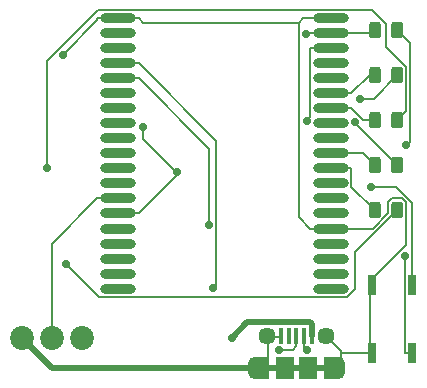
<source format=gbr>
G04 #@! TF.GenerationSoftware,KiCad,Pcbnew,(5.1.4)-1*
G04 #@! TF.CreationDate,2019-09-29T16:50:29-04:00*
G04 #@! TF.ProjectId,espDisp,65737044-6973-4702-9e6b-696361645f70,rev?*
G04 #@! TF.SameCoordinates,Original*
G04 #@! TF.FileFunction,Copper,L2,Bot*
G04 #@! TF.FilePolarity,Positive*
%FSLAX46Y46*%
G04 Gerber Fmt 4.6, Leading zero omitted, Abs format (unit mm)*
G04 Created by KiCad (PCBNEW (5.1.4)-1) date 2019-09-29 16:50:29*
%MOMM*%
%LPD*%
G04 APERTURE LIST*
%ADD10R,0.800000X1.700000*%
%ADD11R,1.500000X1.900000*%
%ADD12C,1.450000*%
%ADD13R,0.400000X1.350000*%
%ADD14O,1.200000X1.900000*%
%ADD15R,1.200000X1.900000*%
%ADD16O,3.000000X0.900000*%
%ADD17C,0.100000*%
%ADD18C,0.975000*%
%ADD19C,2.020000*%
%ADD20C,0.700000*%
%ADD21C,0.500000*%
%ADD22C,0.160000*%
G04 APERTURE END LIST*
D10*
X85500000Y-57150000D03*
X88900000Y-57150000D03*
D11*
X78105000Y-64135000D03*
D12*
X81605000Y-61435000D03*
D13*
X79755000Y-61435000D03*
X80405000Y-61435000D03*
X77805000Y-61435000D03*
X78455000Y-61435000D03*
X79105000Y-61435000D03*
D12*
X76605000Y-61435000D03*
D11*
X80105000Y-64135000D03*
D14*
X82605000Y-64135000D03*
X75605000Y-64135000D03*
D15*
X76205000Y-64135000D03*
X82005000Y-64135000D03*
D10*
X88900000Y-62865000D03*
X85500000Y-62865000D03*
D16*
X63995000Y-34565000D03*
X63995000Y-35835000D03*
X63995000Y-37105000D03*
X63995000Y-38375000D03*
X63995000Y-39645000D03*
X63995000Y-40915000D03*
X63995000Y-42185000D03*
X63995000Y-43455000D03*
X63995000Y-44725000D03*
X63995000Y-45995000D03*
X63995000Y-47265000D03*
X63995000Y-48535000D03*
X63995000Y-49805000D03*
X63995000Y-51075000D03*
X64025000Y-52375000D03*
X64025000Y-53645000D03*
X64025000Y-54915000D03*
X64025000Y-56185000D03*
X64025000Y-57455000D03*
X82025000Y-57455000D03*
X82025000Y-56185000D03*
X82025000Y-54915000D03*
X82025000Y-53645000D03*
X82025000Y-52375000D03*
X82025000Y-51075000D03*
X82025000Y-49805000D03*
X82025000Y-48535000D03*
X82025000Y-47265000D03*
X82025000Y-45995000D03*
X82025000Y-44725000D03*
X82025000Y-43455000D03*
X82025000Y-42185000D03*
X82025000Y-40915000D03*
X82025000Y-39645000D03*
X82025000Y-38375000D03*
X82025000Y-37105000D03*
X82025000Y-35835000D03*
X82025000Y-34565000D03*
D17*
G36*
X87897142Y-34861174D02*
G01*
X87920803Y-34864684D01*
X87944007Y-34870496D01*
X87966529Y-34878554D01*
X87988153Y-34888782D01*
X88008670Y-34901079D01*
X88027883Y-34915329D01*
X88045607Y-34931393D01*
X88061671Y-34949117D01*
X88075921Y-34968330D01*
X88088218Y-34988847D01*
X88098446Y-35010471D01*
X88106504Y-35032993D01*
X88112316Y-35056197D01*
X88115826Y-35079858D01*
X88117000Y-35103750D01*
X88117000Y-36016250D01*
X88115826Y-36040142D01*
X88112316Y-36063803D01*
X88106504Y-36087007D01*
X88098446Y-36109529D01*
X88088218Y-36131153D01*
X88075921Y-36151670D01*
X88061671Y-36170883D01*
X88045607Y-36188607D01*
X88027883Y-36204671D01*
X88008670Y-36218921D01*
X87988153Y-36231218D01*
X87966529Y-36241446D01*
X87944007Y-36249504D01*
X87920803Y-36255316D01*
X87897142Y-36258826D01*
X87873250Y-36260000D01*
X87385750Y-36260000D01*
X87361858Y-36258826D01*
X87338197Y-36255316D01*
X87314993Y-36249504D01*
X87292471Y-36241446D01*
X87270847Y-36231218D01*
X87250330Y-36218921D01*
X87231117Y-36204671D01*
X87213393Y-36188607D01*
X87197329Y-36170883D01*
X87183079Y-36151670D01*
X87170782Y-36131153D01*
X87160554Y-36109529D01*
X87152496Y-36087007D01*
X87146684Y-36063803D01*
X87143174Y-36040142D01*
X87142000Y-36016250D01*
X87142000Y-35103750D01*
X87143174Y-35079858D01*
X87146684Y-35056197D01*
X87152496Y-35032993D01*
X87160554Y-35010471D01*
X87170782Y-34988847D01*
X87183079Y-34968330D01*
X87197329Y-34949117D01*
X87213393Y-34931393D01*
X87231117Y-34915329D01*
X87250330Y-34901079D01*
X87270847Y-34888782D01*
X87292471Y-34878554D01*
X87314993Y-34870496D01*
X87338197Y-34864684D01*
X87361858Y-34861174D01*
X87385750Y-34860000D01*
X87873250Y-34860000D01*
X87897142Y-34861174D01*
X87897142Y-34861174D01*
G37*
D18*
X87629500Y-35560000D03*
D17*
G36*
X86022142Y-34861174D02*
G01*
X86045803Y-34864684D01*
X86069007Y-34870496D01*
X86091529Y-34878554D01*
X86113153Y-34888782D01*
X86133670Y-34901079D01*
X86152883Y-34915329D01*
X86170607Y-34931393D01*
X86186671Y-34949117D01*
X86200921Y-34968330D01*
X86213218Y-34988847D01*
X86223446Y-35010471D01*
X86231504Y-35032993D01*
X86237316Y-35056197D01*
X86240826Y-35079858D01*
X86242000Y-35103750D01*
X86242000Y-36016250D01*
X86240826Y-36040142D01*
X86237316Y-36063803D01*
X86231504Y-36087007D01*
X86223446Y-36109529D01*
X86213218Y-36131153D01*
X86200921Y-36151670D01*
X86186671Y-36170883D01*
X86170607Y-36188607D01*
X86152883Y-36204671D01*
X86133670Y-36218921D01*
X86113153Y-36231218D01*
X86091529Y-36241446D01*
X86069007Y-36249504D01*
X86045803Y-36255316D01*
X86022142Y-36258826D01*
X85998250Y-36260000D01*
X85510750Y-36260000D01*
X85486858Y-36258826D01*
X85463197Y-36255316D01*
X85439993Y-36249504D01*
X85417471Y-36241446D01*
X85395847Y-36231218D01*
X85375330Y-36218921D01*
X85356117Y-36204671D01*
X85338393Y-36188607D01*
X85322329Y-36170883D01*
X85308079Y-36151670D01*
X85295782Y-36131153D01*
X85285554Y-36109529D01*
X85277496Y-36087007D01*
X85271684Y-36063803D01*
X85268174Y-36040142D01*
X85267000Y-36016250D01*
X85267000Y-35103750D01*
X85268174Y-35079858D01*
X85271684Y-35056197D01*
X85277496Y-35032993D01*
X85285554Y-35010471D01*
X85295782Y-34988847D01*
X85308079Y-34968330D01*
X85322329Y-34949117D01*
X85338393Y-34931393D01*
X85356117Y-34915329D01*
X85375330Y-34901079D01*
X85395847Y-34888782D01*
X85417471Y-34878554D01*
X85439993Y-34870496D01*
X85463197Y-34864684D01*
X85486858Y-34861174D01*
X85510750Y-34860000D01*
X85998250Y-34860000D01*
X86022142Y-34861174D01*
X86022142Y-34861174D01*
G37*
D18*
X85754500Y-35560000D03*
D17*
G36*
X86022142Y-38671174D02*
G01*
X86045803Y-38674684D01*
X86069007Y-38680496D01*
X86091529Y-38688554D01*
X86113153Y-38698782D01*
X86133670Y-38711079D01*
X86152883Y-38725329D01*
X86170607Y-38741393D01*
X86186671Y-38759117D01*
X86200921Y-38778330D01*
X86213218Y-38798847D01*
X86223446Y-38820471D01*
X86231504Y-38842993D01*
X86237316Y-38866197D01*
X86240826Y-38889858D01*
X86242000Y-38913750D01*
X86242000Y-39826250D01*
X86240826Y-39850142D01*
X86237316Y-39873803D01*
X86231504Y-39897007D01*
X86223446Y-39919529D01*
X86213218Y-39941153D01*
X86200921Y-39961670D01*
X86186671Y-39980883D01*
X86170607Y-39998607D01*
X86152883Y-40014671D01*
X86133670Y-40028921D01*
X86113153Y-40041218D01*
X86091529Y-40051446D01*
X86069007Y-40059504D01*
X86045803Y-40065316D01*
X86022142Y-40068826D01*
X85998250Y-40070000D01*
X85510750Y-40070000D01*
X85486858Y-40068826D01*
X85463197Y-40065316D01*
X85439993Y-40059504D01*
X85417471Y-40051446D01*
X85395847Y-40041218D01*
X85375330Y-40028921D01*
X85356117Y-40014671D01*
X85338393Y-39998607D01*
X85322329Y-39980883D01*
X85308079Y-39961670D01*
X85295782Y-39941153D01*
X85285554Y-39919529D01*
X85277496Y-39897007D01*
X85271684Y-39873803D01*
X85268174Y-39850142D01*
X85267000Y-39826250D01*
X85267000Y-38913750D01*
X85268174Y-38889858D01*
X85271684Y-38866197D01*
X85277496Y-38842993D01*
X85285554Y-38820471D01*
X85295782Y-38798847D01*
X85308079Y-38778330D01*
X85322329Y-38759117D01*
X85338393Y-38741393D01*
X85356117Y-38725329D01*
X85375330Y-38711079D01*
X85395847Y-38698782D01*
X85417471Y-38688554D01*
X85439993Y-38680496D01*
X85463197Y-38674684D01*
X85486858Y-38671174D01*
X85510750Y-38670000D01*
X85998250Y-38670000D01*
X86022142Y-38671174D01*
X86022142Y-38671174D01*
G37*
D18*
X85754500Y-39370000D03*
D17*
G36*
X87897142Y-38671174D02*
G01*
X87920803Y-38674684D01*
X87944007Y-38680496D01*
X87966529Y-38688554D01*
X87988153Y-38698782D01*
X88008670Y-38711079D01*
X88027883Y-38725329D01*
X88045607Y-38741393D01*
X88061671Y-38759117D01*
X88075921Y-38778330D01*
X88088218Y-38798847D01*
X88098446Y-38820471D01*
X88106504Y-38842993D01*
X88112316Y-38866197D01*
X88115826Y-38889858D01*
X88117000Y-38913750D01*
X88117000Y-39826250D01*
X88115826Y-39850142D01*
X88112316Y-39873803D01*
X88106504Y-39897007D01*
X88098446Y-39919529D01*
X88088218Y-39941153D01*
X88075921Y-39961670D01*
X88061671Y-39980883D01*
X88045607Y-39998607D01*
X88027883Y-40014671D01*
X88008670Y-40028921D01*
X87988153Y-40041218D01*
X87966529Y-40051446D01*
X87944007Y-40059504D01*
X87920803Y-40065316D01*
X87897142Y-40068826D01*
X87873250Y-40070000D01*
X87385750Y-40070000D01*
X87361858Y-40068826D01*
X87338197Y-40065316D01*
X87314993Y-40059504D01*
X87292471Y-40051446D01*
X87270847Y-40041218D01*
X87250330Y-40028921D01*
X87231117Y-40014671D01*
X87213393Y-39998607D01*
X87197329Y-39980883D01*
X87183079Y-39961670D01*
X87170782Y-39941153D01*
X87160554Y-39919529D01*
X87152496Y-39897007D01*
X87146684Y-39873803D01*
X87143174Y-39850142D01*
X87142000Y-39826250D01*
X87142000Y-38913750D01*
X87143174Y-38889858D01*
X87146684Y-38866197D01*
X87152496Y-38842993D01*
X87160554Y-38820471D01*
X87170782Y-38798847D01*
X87183079Y-38778330D01*
X87197329Y-38759117D01*
X87213393Y-38741393D01*
X87231117Y-38725329D01*
X87250330Y-38711079D01*
X87270847Y-38698782D01*
X87292471Y-38688554D01*
X87314993Y-38680496D01*
X87338197Y-38674684D01*
X87361858Y-38671174D01*
X87385750Y-38670000D01*
X87873250Y-38670000D01*
X87897142Y-38671174D01*
X87897142Y-38671174D01*
G37*
D18*
X87629500Y-39370000D03*
D17*
G36*
X87897142Y-42481174D02*
G01*
X87920803Y-42484684D01*
X87944007Y-42490496D01*
X87966529Y-42498554D01*
X87988153Y-42508782D01*
X88008670Y-42521079D01*
X88027883Y-42535329D01*
X88045607Y-42551393D01*
X88061671Y-42569117D01*
X88075921Y-42588330D01*
X88088218Y-42608847D01*
X88098446Y-42630471D01*
X88106504Y-42652993D01*
X88112316Y-42676197D01*
X88115826Y-42699858D01*
X88117000Y-42723750D01*
X88117000Y-43636250D01*
X88115826Y-43660142D01*
X88112316Y-43683803D01*
X88106504Y-43707007D01*
X88098446Y-43729529D01*
X88088218Y-43751153D01*
X88075921Y-43771670D01*
X88061671Y-43790883D01*
X88045607Y-43808607D01*
X88027883Y-43824671D01*
X88008670Y-43838921D01*
X87988153Y-43851218D01*
X87966529Y-43861446D01*
X87944007Y-43869504D01*
X87920803Y-43875316D01*
X87897142Y-43878826D01*
X87873250Y-43880000D01*
X87385750Y-43880000D01*
X87361858Y-43878826D01*
X87338197Y-43875316D01*
X87314993Y-43869504D01*
X87292471Y-43861446D01*
X87270847Y-43851218D01*
X87250330Y-43838921D01*
X87231117Y-43824671D01*
X87213393Y-43808607D01*
X87197329Y-43790883D01*
X87183079Y-43771670D01*
X87170782Y-43751153D01*
X87160554Y-43729529D01*
X87152496Y-43707007D01*
X87146684Y-43683803D01*
X87143174Y-43660142D01*
X87142000Y-43636250D01*
X87142000Y-42723750D01*
X87143174Y-42699858D01*
X87146684Y-42676197D01*
X87152496Y-42652993D01*
X87160554Y-42630471D01*
X87170782Y-42608847D01*
X87183079Y-42588330D01*
X87197329Y-42569117D01*
X87213393Y-42551393D01*
X87231117Y-42535329D01*
X87250330Y-42521079D01*
X87270847Y-42508782D01*
X87292471Y-42498554D01*
X87314993Y-42490496D01*
X87338197Y-42484684D01*
X87361858Y-42481174D01*
X87385750Y-42480000D01*
X87873250Y-42480000D01*
X87897142Y-42481174D01*
X87897142Y-42481174D01*
G37*
D18*
X87629500Y-43180000D03*
D17*
G36*
X86022142Y-42481174D02*
G01*
X86045803Y-42484684D01*
X86069007Y-42490496D01*
X86091529Y-42498554D01*
X86113153Y-42508782D01*
X86133670Y-42521079D01*
X86152883Y-42535329D01*
X86170607Y-42551393D01*
X86186671Y-42569117D01*
X86200921Y-42588330D01*
X86213218Y-42608847D01*
X86223446Y-42630471D01*
X86231504Y-42652993D01*
X86237316Y-42676197D01*
X86240826Y-42699858D01*
X86242000Y-42723750D01*
X86242000Y-43636250D01*
X86240826Y-43660142D01*
X86237316Y-43683803D01*
X86231504Y-43707007D01*
X86223446Y-43729529D01*
X86213218Y-43751153D01*
X86200921Y-43771670D01*
X86186671Y-43790883D01*
X86170607Y-43808607D01*
X86152883Y-43824671D01*
X86133670Y-43838921D01*
X86113153Y-43851218D01*
X86091529Y-43861446D01*
X86069007Y-43869504D01*
X86045803Y-43875316D01*
X86022142Y-43878826D01*
X85998250Y-43880000D01*
X85510750Y-43880000D01*
X85486858Y-43878826D01*
X85463197Y-43875316D01*
X85439993Y-43869504D01*
X85417471Y-43861446D01*
X85395847Y-43851218D01*
X85375330Y-43838921D01*
X85356117Y-43824671D01*
X85338393Y-43808607D01*
X85322329Y-43790883D01*
X85308079Y-43771670D01*
X85295782Y-43751153D01*
X85285554Y-43729529D01*
X85277496Y-43707007D01*
X85271684Y-43683803D01*
X85268174Y-43660142D01*
X85267000Y-43636250D01*
X85267000Y-42723750D01*
X85268174Y-42699858D01*
X85271684Y-42676197D01*
X85277496Y-42652993D01*
X85285554Y-42630471D01*
X85295782Y-42608847D01*
X85308079Y-42588330D01*
X85322329Y-42569117D01*
X85338393Y-42551393D01*
X85356117Y-42535329D01*
X85375330Y-42521079D01*
X85395847Y-42508782D01*
X85417471Y-42498554D01*
X85439993Y-42490496D01*
X85463197Y-42484684D01*
X85486858Y-42481174D01*
X85510750Y-42480000D01*
X85998250Y-42480000D01*
X86022142Y-42481174D01*
X86022142Y-42481174D01*
G37*
D18*
X85754500Y-43180000D03*
D17*
G36*
X87897142Y-46291174D02*
G01*
X87920803Y-46294684D01*
X87944007Y-46300496D01*
X87966529Y-46308554D01*
X87988153Y-46318782D01*
X88008670Y-46331079D01*
X88027883Y-46345329D01*
X88045607Y-46361393D01*
X88061671Y-46379117D01*
X88075921Y-46398330D01*
X88088218Y-46418847D01*
X88098446Y-46440471D01*
X88106504Y-46462993D01*
X88112316Y-46486197D01*
X88115826Y-46509858D01*
X88117000Y-46533750D01*
X88117000Y-47446250D01*
X88115826Y-47470142D01*
X88112316Y-47493803D01*
X88106504Y-47517007D01*
X88098446Y-47539529D01*
X88088218Y-47561153D01*
X88075921Y-47581670D01*
X88061671Y-47600883D01*
X88045607Y-47618607D01*
X88027883Y-47634671D01*
X88008670Y-47648921D01*
X87988153Y-47661218D01*
X87966529Y-47671446D01*
X87944007Y-47679504D01*
X87920803Y-47685316D01*
X87897142Y-47688826D01*
X87873250Y-47690000D01*
X87385750Y-47690000D01*
X87361858Y-47688826D01*
X87338197Y-47685316D01*
X87314993Y-47679504D01*
X87292471Y-47671446D01*
X87270847Y-47661218D01*
X87250330Y-47648921D01*
X87231117Y-47634671D01*
X87213393Y-47618607D01*
X87197329Y-47600883D01*
X87183079Y-47581670D01*
X87170782Y-47561153D01*
X87160554Y-47539529D01*
X87152496Y-47517007D01*
X87146684Y-47493803D01*
X87143174Y-47470142D01*
X87142000Y-47446250D01*
X87142000Y-46533750D01*
X87143174Y-46509858D01*
X87146684Y-46486197D01*
X87152496Y-46462993D01*
X87160554Y-46440471D01*
X87170782Y-46418847D01*
X87183079Y-46398330D01*
X87197329Y-46379117D01*
X87213393Y-46361393D01*
X87231117Y-46345329D01*
X87250330Y-46331079D01*
X87270847Y-46318782D01*
X87292471Y-46308554D01*
X87314993Y-46300496D01*
X87338197Y-46294684D01*
X87361858Y-46291174D01*
X87385750Y-46290000D01*
X87873250Y-46290000D01*
X87897142Y-46291174D01*
X87897142Y-46291174D01*
G37*
D18*
X87629500Y-46990000D03*
D17*
G36*
X86022142Y-46291174D02*
G01*
X86045803Y-46294684D01*
X86069007Y-46300496D01*
X86091529Y-46308554D01*
X86113153Y-46318782D01*
X86133670Y-46331079D01*
X86152883Y-46345329D01*
X86170607Y-46361393D01*
X86186671Y-46379117D01*
X86200921Y-46398330D01*
X86213218Y-46418847D01*
X86223446Y-46440471D01*
X86231504Y-46462993D01*
X86237316Y-46486197D01*
X86240826Y-46509858D01*
X86242000Y-46533750D01*
X86242000Y-47446250D01*
X86240826Y-47470142D01*
X86237316Y-47493803D01*
X86231504Y-47517007D01*
X86223446Y-47539529D01*
X86213218Y-47561153D01*
X86200921Y-47581670D01*
X86186671Y-47600883D01*
X86170607Y-47618607D01*
X86152883Y-47634671D01*
X86133670Y-47648921D01*
X86113153Y-47661218D01*
X86091529Y-47671446D01*
X86069007Y-47679504D01*
X86045803Y-47685316D01*
X86022142Y-47688826D01*
X85998250Y-47690000D01*
X85510750Y-47690000D01*
X85486858Y-47688826D01*
X85463197Y-47685316D01*
X85439993Y-47679504D01*
X85417471Y-47671446D01*
X85395847Y-47661218D01*
X85375330Y-47648921D01*
X85356117Y-47634671D01*
X85338393Y-47618607D01*
X85322329Y-47600883D01*
X85308079Y-47581670D01*
X85295782Y-47561153D01*
X85285554Y-47539529D01*
X85277496Y-47517007D01*
X85271684Y-47493803D01*
X85268174Y-47470142D01*
X85267000Y-47446250D01*
X85267000Y-46533750D01*
X85268174Y-46509858D01*
X85271684Y-46486197D01*
X85277496Y-46462993D01*
X85285554Y-46440471D01*
X85295782Y-46418847D01*
X85308079Y-46398330D01*
X85322329Y-46379117D01*
X85338393Y-46361393D01*
X85356117Y-46345329D01*
X85375330Y-46331079D01*
X85395847Y-46318782D01*
X85417471Y-46308554D01*
X85439993Y-46300496D01*
X85463197Y-46294684D01*
X85486858Y-46291174D01*
X85510750Y-46290000D01*
X85998250Y-46290000D01*
X86022142Y-46291174D01*
X86022142Y-46291174D01*
G37*
D18*
X85754500Y-46990000D03*
D17*
G36*
X86022142Y-50101174D02*
G01*
X86045803Y-50104684D01*
X86069007Y-50110496D01*
X86091529Y-50118554D01*
X86113153Y-50128782D01*
X86133670Y-50141079D01*
X86152883Y-50155329D01*
X86170607Y-50171393D01*
X86186671Y-50189117D01*
X86200921Y-50208330D01*
X86213218Y-50228847D01*
X86223446Y-50250471D01*
X86231504Y-50272993D01*
X86237316Y-50296197D01*
X86240826Y-50319858D01*
X86242000Y-50343750D01*
X86242000Y-51256250D01*
X86240826Y-51280142D01*
X86237316Y-51303803D01*
X86231504Y-51327007D01*
X86223446Y-51349529D01*
X86213218Y-51371153D01*
X86200921Y-51391670D01*
X86186671Y-51410883D01*
X86170607Y-51428607D01*
X86152883Y-51444671D01*
X86133670Y-51458921D01*
X86113153Y-51471218D01*
X86091529Y-51481446D01*
X86069007Y-51489504D01*
X86045803Y-51495316D01*
X86022142Y-51498826D01*
X85998250Y-51500000D01*
X85510750Y-51500000D01*
X85486858Y-51498826D01*
X85463197Y-51495316D01*
X85439993Y-51489504D01*
X85417471Y-51481446D01*
X85395847Y-51471218D01*
X85375330Y-51458921D01*
X85356117Y-51444671D01*
X85338393Y-51428607D01*
X85322329Y-51410883D01*
X85308079Y-51391670D01*
X85295782Y-51371153D01*
X85285554Y-51349529D01*
X85277496Y-51327007D01*
X85271684Y-51303803D01*
X85268174Y-51280142D01*
X85267000Y-51256250D01*
X85267000Y-50343750D01*
X85268174Y-50319858D01*
X85271684Y-50296197D01*
X85277496Y-50272993D01*
X85285554Y-50250471D01*
X85295782Y-50228847D01*
X85308079Y-50208330D01*
X85322329Y-50189117D01*
X85338393Y-50171393D01*
X85356117Y-50155329D01*
X85375330Y-50141079D01*
X85395847Y-50128782D01*
X85417471Y-50118554D01*
X85439993Y-50110496D01*
X85463197Y-50104684D01*
X85486858Y-50101174D01*
X85510750Y-50100000D01*
X85998250Y-50100000D01*
X86022142Y-50101174D01*
X86022142Y-50101174D01*
G37*
D18*
X85754500Y-50800000D03*
D17*
G36*
X87897142Y-50101174D02*
G01*
X87920803Y-50104684D01*
X87944007Y-50110496D01*
X87966529Y-50118554D01*
X87988153Y-50128782D01*
X88008670Y-50141079D01*
X88027883Y-50155329D01*
X88045607Y-50171393D01*
X88061671Y-50189117D01*
X88075921Y-50208330D01*
X88088218Y-50228847D01*
X88098446Y-50250471D01*
X88106504Y-50272993D01*
X88112316Y-50296197D01*
X88115826Y-50319858D01*
X88117000Y-50343750D01*
X88117000Y-51256250D01*
X88115826Y-51280142D01*
X88112316Y-51303803D01*
X88106504Y-51327007D01*
X88098446Y-51349529D01*
X88088218Y-51371153D01*
X88075921Y-51391670D01*
X88061671Y-51410883D01*
X88045607Y-51428607D01*
X88027883Y-51444671D01*
X88008670Y-51458921D01*
X87988153Y-51471218D01*
X87966529Y-51481446D01*
X87944007Y-51489504D01*
X87920803Y-51495316D01*
X87897142Y-51498826D01*
X87873250Y-51500000D01*
X87385750Y-51500000D01*
X87361858Y-51498826D01*
X87338197Y-51495316D01*
X87314993Y-51489504D01*
X87292471Y-51481446D01*
X87270847Y-51471218D01*
X87250330Y-51458921D01*
X87231117Y-51444671D01*
X87213393Y-51428607D01*
X87197329Y-51410883D01*
X87183079Y-51391670D01*
X87170782Y-51371153D01*
X87160554Y-51349529D01*
X87152496Y-51327007D01*
X87146684Y-51303803D01*
X87143174Y-51280142D01*
X87142000Y-51256250D01*
X87142000Y-50343750D01*
X87143174Y-50319858D01*
X87146684Y-50296197D01*
X87152496Y-50272993D01*
X87160554Y-50250471D01*
X87170782Y-50228847D01*
X87183079Y-50208330D01*
X87197329Y-50189117D01*
X87213393Y-50171393D01*
X87231117Y-50155329D01*
X87250330Y-50141079D01*
X87270847Y-50128782D01*
X87292471Y-50118554D01*
X87314993Y-50110496D01*
X87338197Y-50104684D01*
X87361858Y-50101174D01*
X87385750Y-50100000D01*
X87873250Y-50100000D01*
X87897142Y-50101174D01*
X87897142Y-50101174D01*
G37*
D18*
X87629500Y-50800000D03*
D19*
X60960000Y-61595000D03*
X58420000Y-61595000D03*
X55880000Y-61595000D03*
D20*
X73660000Y-61595000D03*
X59360000Y-37639800D03*
X79934200Y-35930800D03*
X88297500Y-54663700D03*
X85389600Y-48867300D03*
X88407100Y-45329700D03*
X84483200Y-41358400D03*
X57946600Y-47244100D03*
X84043800Y-43376300D03*
X59572100Y-55364400D03*
X80016500Y-62633300D03*
X77667000Y-62624800D03*
X79990300Y-43234800D03*
X66100300Y-43771800D03*
X68958800Y-47585000D03*
X71718600Y-52056800D03*
X72072500Y-57399200D03*
D21*
X73660000Y-61595000D02*
X74955000Y-60300000D01*
X74955000Y-60300000D02*
X80233000Y-60300000D01*
X80233000Y-60300000D02*
X80405000Y-60472000D01*
X80405000Y-60472000D02*
X80405000Y-61435000D01*
D22*
X63995000Y-34565000D02*
X65735300Y-34565000D01*
X79331900Y-34934900D02*
X66105200Y-34934900D01*
X66105200Y-34934900D02*
X65735300Y-34565000D01*
X79331900Y-34934900D02*
X79701800Y-34565000D01*
X79701800Y-34565000D02*
X80284700Y-34565000D01*
X80284700Y-52375000D02*
X79331900Y-51422200D01*
X79331900Y-51422200D02*
X79331900Y-34934900D01*
X85179900Y-62865000D02*
X85340000Y-62704900D01*
X85340000Y-62704900D02*
X85340000Y-57150000D01*
X85179900Y-62865000D02*
X84859700Y-62865000D01*
X85500000Y-62865000D02*
X85179900Y-62865000D01*
X82025000Y-52375000D02*
X85601400Y-52375000D01*
X85601400Y-52375000D02*
X86900700Y-51075700D01*
X86900700Y-51075700D02*
X86900700Y-50109200D01*
X86900700Y-50109200D02*
X87189600Y-49820300D01*
X87189600Y-49820300D02*
X88056500Y-49820300D01*
X88056500Y-49820300D02*
X88374300Y-50138100D01*
X88374300Y-50138100D02*
X88374300Y-53752200D01*
X88374300Y-53752200D02*
X85340000Y-56786500D01*
X85340000Y-56786500D02*
X85340000Y-57150000D01*
X85500000Y-57150000D02*
X85340000Y-57150000D01*
X82909100Y-62865000D02*
X82909100Y-62739100D01*
X82909100Y-62739100D02*
X81605000Y-61435000D01*
X82605000Y-63837400D02*
X82909100Y-63533300D01*
X82909100Y-63533300D02*
X82909100Y-62865000D01*
X82909100Y-62865000D02*
X84859700Y-62865000D01*
X76721000Y-61551000D02*
X76605000Y-61435000D01*
X76721000Y-64135000D02*
X76721000Y-61551000D01*
X76721000Y-61551000D02*
X77689000Y-61551000D01*
X77689000Y-61551000D02*
X77805000Y-61435000D01*
D21*
X76721000Y-64135000D02*
X76205000Y-64135000D01*
X78105000Y-64135000D02*
X76721000Y-64135000D01*
D22*
X63995000Y-34565000D02*
X62254700Y-34565000D01*
X62254700Y-34565000D02*
X62254700Y-34745100D01*
X62254700Y-34745100D02*
X59360000Y-37639800D01*
X82025000Y-52375000D02*
X80284700Y-52375000D01*
D21*
X75605000Y-64135000D02*
X58420000Y-64135000D01*
X58420000Y-64135000D02*
X55880000Y-61595000D01*
D22*
X82025000Y-34565000D02*
X80284700Y-34565000D01*
X82605000Y-64135000D02*
X82605000Y-63837400D01*
X82005000Y-64135000D02*
X82605000Y-64135000D01*
D21*
X82005000Y-64135000D02*
X80105000Y-64135000D01*
X80105000Y-64135000D02*
X78105000Y-64135000D01*
X76205000Y-64135000D02*
X75605000Y-64135000D01*
D22*
X80284700Y-35835000D02*
X80030000Y-35835000D01*
X80030000Y-35835000D02*
X79934200Y-35930800D01*
X82025000Y-35835000D02*
X80284700Y-35835000D01*
X82025000Y-35835000D02*
X85479500Y-35835000D01*
X85479500Y-35835000D02*
X85754500Y-35560000D01*
X88259700Y-62865000D02*
X88259700Y-54701500D01*
X88259700Y-54701500D02*
X88297500Y-54663700D01*
X88900000Y-62865000D02*
X88259700Y-62865000D01*
X88900000Y-57150000D02*
X88900000Y-50201900D01*
X88900000Y-50201900D02*
X87565400Y-48867300D01*
X87565400Y-48867300D02*
X85389600Y-48867300D01*
X88407100Y-45329700D02*
X88727400Y-45009400D01*
X88727400Y-45009400D02*
X88727400Y-36657900D01*
X88727400Y-36657900D02*
X87629500Y-35560000D01*
X82025000Y-40915000D02*
X83765300Y-40915000D01*
X85754500Y-39370000D02*
X85310300Y-39370000D01*
X85310300Y-39370000D02*
X83765300Y-40915000D01*
X87629500Y-39370000D02*
X85641100Y-41358400D01*
X85641100Y-41358400D02*
X84483200Y-41358400D01*
X87629500Y-43180000D02*
X88407000Y-42402500D01*
X88407000Y-42402500D02*
X88407000Y-38715500D01*
X88407000Y-38715500D02*
X86692000Y-37000500D01*
X86692000Y-37000500D02*
X86692000Y-35043800D01*
X86692000Y-35043800D02*
X85513400Y-33865200D01*
X85513400Y-33865200D02*
X62292700Y-33865200D01*
X62292700Y-33865200D02*
X57946600Y-38211300D01*
X57946600Y-38211300D02*
X57946600Y-47244100D01*
X85754500Y-43180000D02*
X84760300Y-43180000D01*
X84760300Y-43180000D02*
X83765300Y-42185000D01*
X82025000Y-42185000D02*
X83765300Y-42185000D01*
X87629500Y-46990000D02*
X84043800Y-43404300D01*
X84043800Y-43404300D02*
X84043800Y-43376300D01*
X85754500Y-46990000D02*
X84759500Y-45995000D01*
X84759500Y-45995000D02*
X82025000Y-45995000D01*
X83765300Y-47265000D02*
X83765300Y-48810800D01*
X83765300Y-48810800D02*
X85754500Y-50800000D01*
X82025000Y-47265000D02*
X83765300Y-47265000D01*
X87629500Y-50800000D02*
X84048900Y-54380600D01*
X84048900Y-54380600D02*
X84048900Y-57498700D01*
X84048900Y-57498700D02*
X83354500Y-58193100D01*
X83354500Y-58193100D02*
X62400800Y-58193100D01*
X62400800Y-58193100D02*
X59572100Y-55364400D01*
X63995000Y-49805000D02*
X62254700Y-49805000D01*
X58420000Y-61595000D02*
X58420000Y-53639700D01*
X58420000Y-53639700D02*
X62254700Y-49805000D01*
X79755000Y-62350300D02*
X79755000Y-62371800D01*
X79755000Y-62371800D02*
X80016500Y-62633300D01*
X79755000Y-61435000D02*
X79755000Y-62350300D01*
X77667000Y-62624800D02*
X78830500Y-62624800D01*
X78830500Y-62624800D02*
X79105000Y-62350300D01*
X79105000Y-61435000D02*
X79105000Y-62350300D01*
X80284700Y-37105000D02*
X80284700Y-42940400D01*
X80284700Y-42940400D02*
X79990300Y-43234800D01*
X82025000Y-37105000D02*
X80284700Y-37105000D01*
X68887900Y-47585000D02*
X68958800Y-47585000D01*
X65735300Y-51075000D02*
X68887900Y-47922400D01*
X68887900Y-47922400D02*
X68887900Y-47585000D01*
X68887900Y-47585000D02*
X66100300Y-44797400D01*
X66100300Y-44797400D02*
X66100300Y-43771800D01*
X63995000Y-51075000D02*
X65735300Y-51075000D01*
X65735300Y-39645000D02*
X71718600Y-45628300D01*
X71718600Y-45628300D02*
X71718600Y-52056800D01*
X63995000Y-39645000D02*
X65735300Y-39645000D01*
X63995000Y-38375000D02*
X65735300Y-38375000D01*
X65735300Y-38375000D02*
X72309000Y-44948700D01*
X72309000Y-44948700D02*
X72309000Y-57162700D01*
X72309000Y-57162700D02*
X72072500Y-57399200D01*
M02*

</source>
